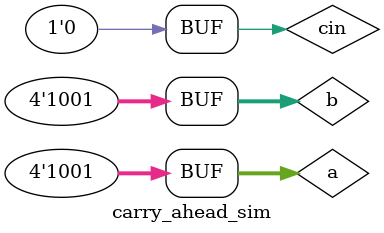
<source format=v>
`timescale 1ns / 1ps


module carry_ahead_sim;
    reg [3:0] a;
    reg [3:0] b;
    reg cin;
    wire [3:0] sum;
    wire P, G;
    
    carry_ahead test(a,b,cin,sum,P,G);
    
    initial begin
        a = 4'd9;
        b = 4'd9;
        cin = 0;
        
        #20 a = 4'd9; b = 4'd9; cin = 0;
        
    end
endmodule

</source>
